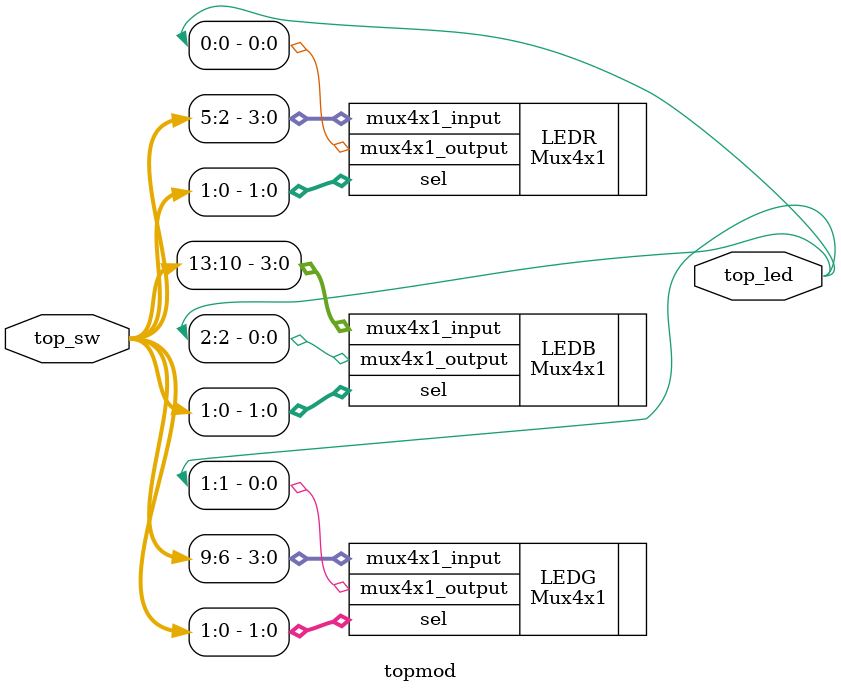
<source format=v>
`timescale 1ns / 1ps


module topmod(
input [13:0] top_sw,
output [2:0]top_led
    );
 
   Mux4x1 LEDR(
        .sel(top_sw[1:0]), 
        .mux4x1_input(top_sw[5:2]),
         .mux4x1_output(top_led[0])
         );
         
         Mux4x1 LEDG(
        .sel(top_sw[1:0]), 
        .mux4x1_input(top_sw[9:6]),
         .mux4x1_output(top_led[1])
         );
         
         Mux4x1 LEDB(
        .sel(top_sw[1:0]), 
        .mux4x1_input(top_sw[13:10]),
        .mux4x1_output(top_led[2])
         );
    
endmodule
</source>
